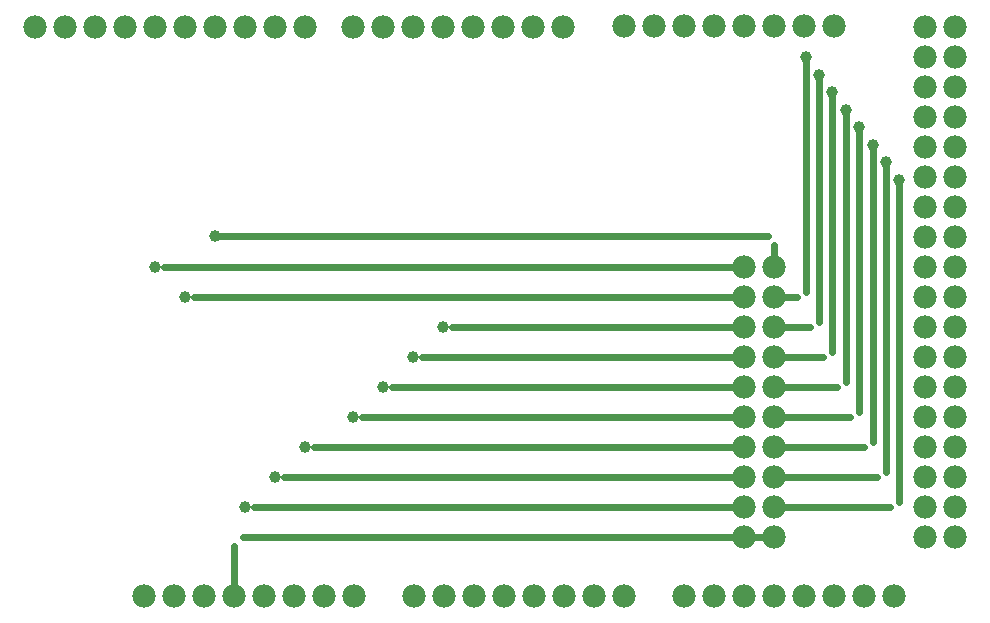
<source format=gbl>
G04 MADE WITH FRITZING*
G04 WWW.FRITZING.ORG*
G04 DOUBLE SIDED*
G04 HOLES PLATED*
G04 CONTOUR ON CENTER OF CONTOUR VECTOR*
%ASAXBY*%
%FSLAX23Y23*%
%MOIN*%
%OFA0B0*%
%SFA1.0B1.0*%
%ADD10C,0.078000*%
%ADD11C,0.039370*%
%ADD12C,0.024000*%
%LNCOPPER0*%
G90*
G70*
G54D10*
X1802Y2001D03*
X1902Y2001D03*
X2002Y2001D03*
X2102Y2001D03*
X2202Y2001D03*
X2302Y2001D03*
X2402Y2001D03*
X2502Y2001D03*
X3106Y1200D03*
X3106Y1100D03*
X3106Y1000D03*
X3106Y900D03*
X3106Y800D03*
X3106Y700D03*
X3106Y600D03*
X3106Y500D03*
X3106Y400D03*
X3106Y300D03*
X3106Y1200D03*
X3106Y1100D03*
X3106Y1000D03*
X3106Y900D03*
X3106Y800D03*
X3106Y700D03*
X3106Y600D03*
X3106Y500D03*
X3106Y400D03*
X3106Y300D03*
X3206Y300D03*
X3206Y400D03*
X3206Y500D03*
X3206Y600D03*
X3206Y700D03*
X3206Y800D03*
X3206Y900D03*
X3206Y1000D03*
X3206Y1100D03*
X3206Y1200D03*
X743Y2001D03*
X843Y2001D03*
X943Y2001D03*
X1043Y2001D03*
X1143Y2001D03*
X1243Y2001D03*
X1343Y2001D03*
X1443Y2001D03*
X1543Y2001D03*
X1643Y2001D03*
X2905Y103D03*
X3005Y103D03*
X3105Y103D03*
X3205Y103D03*
X3305Y103D03*
X3405Y103D03*
X3505Y103D03*
X3605Y103D03*
X1107Y103D03*
X1207Y103D03*
X1307Y103D03*
X1407Y103D03*
X1507Y103D03*
X1607Y103D03*
X1707Y103D03*
X1807Y103D03*
X3709Y2000D03*
X3709Y1900D03*
X3709Y1800D03*
X3709Y1700D03*
X3709Y1600D03*
X3709Y1500D03*
X3709Y1400D03*
X3709Y1300D03*
X3709Y1200D03*
X3709Y1100D03*
X3709Y1000D03*
X3709Y900D03*
X3709Y800D03*
X3709Y700D03*
X3709Y600D03*
X3709Y500D03*
X3709Y400D03*
X3709Y300D03*
X3709Y2000D03*
X3709Y1900D03*
X3709Y1800D03*
X3709Y1700D03*
X3709Y1600D03*
X3709Y1500D03*
X3709Y1400D03*
X3709Y1300D03*
X3709Y1200D03*
X3709Y1100D03*
X3709Y1000D03*
X3709Y900D03*
X3709Y800D03*
X3709Y700D03*
X3709Y600D03*
X3709Y500D03*
X3709Y400D03*
X3709Y300D03*
X3809Y300D03*
X3809Y400D03*
X3809Y500D03*
X3809Y600D03*
X3809Y700D03*
X3809Y800D03*
X3809Y900D03*
X3809Y1000D03*
X3809Y1100D03*
X3809Y1200D03*
X3809Y1300D03*
X3809Y1400D03*
X3809Y1500D03*
X3809Y1600D03*
X3809Y1700D03*
X3809Y1800D03*
X3809Y1900D03*
X3809Y2000D03*
X2706Y2003D03*
X2806Y2003D03*
X2906Y2003D03*
X3006Y2003D03*
X3106Y2003D03*
X3206Y2003D03*
X3306Y2003D03*
X3406Y2003D03*
X2006Y103D03*
X2106Y103D03*
X2206Y103D03*
X2306Y103D03*
X2406Y103D03*
X2506Y103D03*
X2606Y103D03*
X2706Y103D03*
G54D11*
X1143Y1200D03*
X1243Y1100D03*
X1343Y1304D03*
X3623Y1492D03*
X3578Y1550D03*
X3534Y1608D03*
X3489Y1667D03*
X3445Y1725D03*
X3400Y1783D03*
X3356Y1842D03*
X3312Y1900D03*
X2102Y1000D03*
X2002Y900D03*
X1902Y800D03*
X1802Y700D03*
X1643Y600D03*
X1543Y500D03*
X1443Y400D03*
G54D12*
X3087Y1200D02*
X1173Y1200D01*
D02*
X3087Y1100D02*
X1273Y1100D01*
D02*
X3187Y1304D02*
X1343Y1304D01*
D02*
X3206Y1200D02*
X3206Y1273D01*
D02*
X3623Y419D02*
X3623Y1492D01*
D02*
X3206Y400D02*
X3593Y400D01*
D02*
X3578Y519D02*
X3578Y1550D01*
D02*
X3206Y500D02*
X3548Y500D01*
D02*
X3206Y600D02*
X3504Y600D01*
D02*
X3534Y619D02*
X3534Y1608D01*
D02*
X3206Y700D02*
X3459Y700D01*
D02*
X3489Y719D02*
X3489Y1667D01*
D02*
X3206Y800D02*
X3415Y800D01*
D02*
X3445Y819D02*
X3445Y1725D01*
D02*
X3400Y919D02*
X3400Y1783D01*
D02*
X3206Y900D02*
X3370Y900D01*
D02*
X3356Y1019D02*
X3356Y1842D01*
D02*
X3206Y1000D02*
X3326Y1000D01*
D02*
X3206Y1100D02*
X3281Y1100D01*
D02*
X3312Y1119D02*
X3312Y1900D01*
D02*
X3087Y1000D02*
X2132Y1000D01*
D02*
X3087Y900D02*
X2032Y900D01*
D02*
X3087Y800D02*
X1932Y800D01*
D02*
X3087Y700D02*
X1832Y700D01*
D02*
X3087Y600D02*
X1673Y600D01*
D02*
X3087Y500D02*
X1573Y500D01*
D02*
X3087Y400D02*
X1473Y400D01*
D02*
X3106Y300D02*
X1437Y300D01*
D02*
X3136Y300D02*
X3176Y300D01*
D02*
X1407Y270D02*
X1407Y103D01*
G04 End of Copper0*
M02*
</source>
